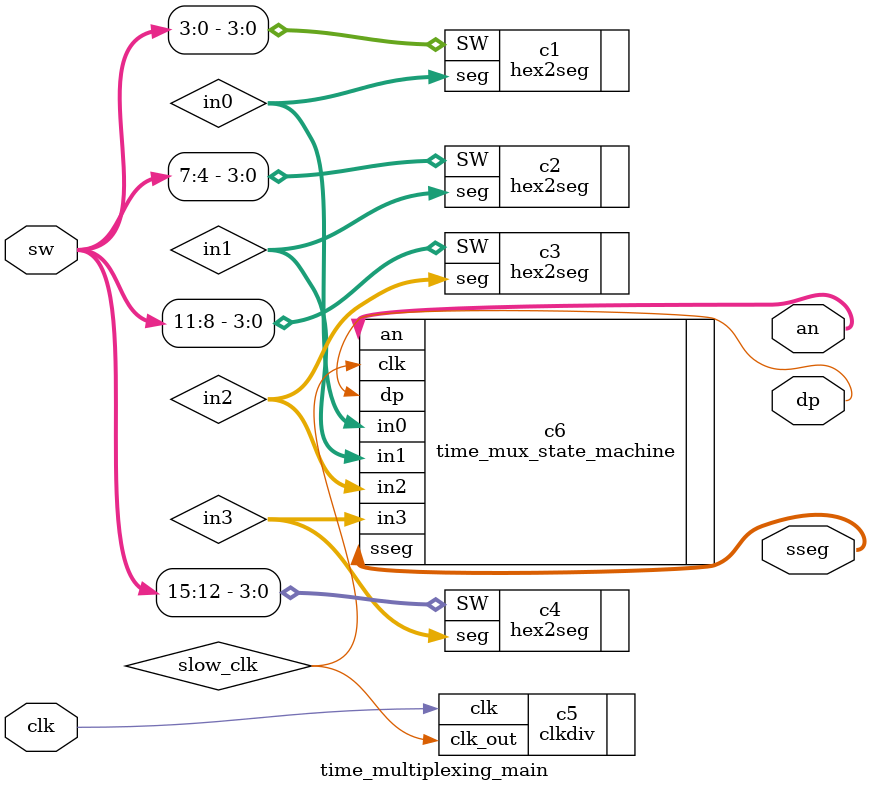
<source format=v>
`timescale 1ns / 1ps

module time_multiplexing_main(
    input clk,
    input [15:0] sw,
    output [3:0] an,
    output [6:0] sseg,
    output dp
    );
    
    wire [6:0] in0, in1, in2, in3;
    wire slow_clk;
    
    //Module instantiation of hexto7segment decoder
    hex2seg c1 (.SW(sw[3:0]), .seg(in0));
    hex2seg c2 (.SW(sw[7:4]), .seg(in1));
    hex2seg c3 (.SW(sw[11:8]), .seg(in2));
    hex2seg c4 (.SW(sw[15:12]), .seg(in3));
    
    //Module instation of the clock divider
    clkdiv c5 (.clk(clk), .clk_out(slow_clk));
    
    //Module instantiation of the mux
    time_mux_state_machine c6(
        .clk(slow_clk),
        .in0(in0),
        .in1(in1),
        .in2(in2),
        .in3(in3),
        .an(an),
        .sseg(sseg),
        .dp(dp));
    
endmodule

</source>
